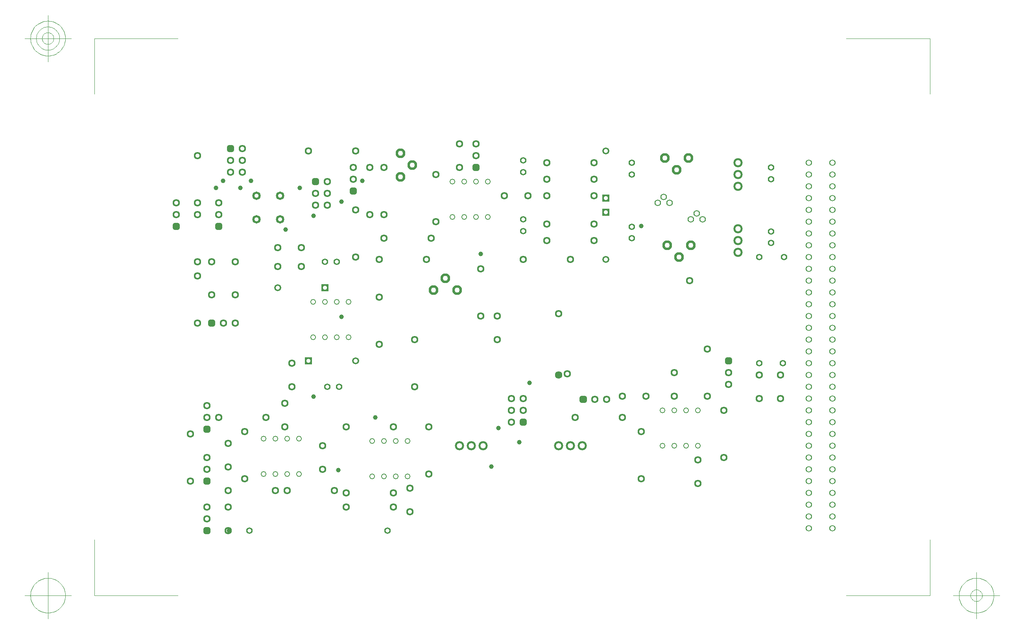
<source format=gbr>
G04 Generated by Ultiboard 10.0 *
%FSLAX25Y25*%
%MOIN*%

%ADD22C,0.00394*%
%ADD20C,0.03937*%
%ADD29C,0.06334X0.03500*%
%ADD30C,0.05500X0.04000*%
%ADD31C,0.08334X0.04333*%
%ADD33C,0.04900X0.03500*%
%ADD34C,0.05512X0.03150*%
%ADD36C,0.05906X0.03543*%
%ADD37R,0.05906X0.05906X0.03543*%
%ADD38R,0.02083X0.02083X0.03917*%
%ADD18C,0.03917*%
%ADD39C,0.07166X0.03500*%
%ADD40C,0.07834X0.04667*%
%ADD41C,0.05337X0.03937*%


G04 ColorRGB 9900CC for the following layer *
%LNL_uc100f6tzinnmaske Unterseite*%
%LPD*%
%FSLAX25Y25*%
%MOIN*%
G54D22*
X-17512Y-14937D02*
X-17512Y32308D01*
X-17512Y-14937D02*
X53291Y-14937D01*
X690512Y-14937D02*
X619709Y-14937D01*
X690512Y-14937D02*
X690512Y32308D01*
X690512Y457512D02*
X690512Y410267D01*
X690512Y457512D02*
X619709Y457512D01*
X-17512Y457512D02*
X53291Y457512D01*
X-17512Y457512D02*
X-17512Y410267D01*
X-37197Y-14937D02*
X-76567Y-14937D01*
X-56882Y-34622D02*
X-56882Y4748D01*
X-42118Y-14937D02*
X-42189Y-13490D01*
X-42189Y-13490D02*
X-42402Y-12057D01*
X-42402Y-12057D02*
X-42754Y-10651D01*
X-42754Y-10651D02*
X-43242Y-9287D01*
X-43242Y-9287D02*
X-43861Y-7977D01*
X-43861Y-7977D02*
X-44606Y-6735D01*
X-44606Y-6735D02*
X-45469Y-5571D01*
X-45469Y-5571D02*
X-46442Y-4497D01*
X-46442Y-4497D02*
X-47516Y-3524D01*
X-47516Y-3524D02*
X-48680Y-2661D01*
X-48680Y-2661D02*
X-49922Y-1917D01*
X-49922Y-1917D02*
X-51232Y-1297D01*
X-51232Y-1297D02*
X-52596Y-809D01*
X-52596Y-809D02*
X-54002Y-457D01*
X-54002Y-457D02*
X-55435Y-244D01*
X-55435Y-244D02*
X-56882Y-173D01*
X-56882Y-173D02*
X-58329Y-244D01*
X-58329Y-244D02*
X-59762Y-457D01*
X-59762Y-457D02*
X-61168Y-809D01*
X-61168Y-809D02*
X-62532Y-1297D01*
X-62532Y-1297D02*
X-63841Y-1917D01*
X-63841Y-1917D02*
X-65084Y-2661D01*
X-65084Y-2661D02*
X-66248Y-3524D01*
X-66248Y-3524D02*
X-67321Y-4497D01*
X-67321Y-4497D02*
X-68294Y-5571D01*
X-68294Y-5571D02*
X-69158Y-6735D01*
X-69158Y-6735D02*
X-69902Y-7977D01*
X-69902Y-7977D02*
X-70522Y-9287D01*
X-70522Y-9287D02*
X-71010Y-10651D01*
X-71010Y-10651D02*
X-71362Y-12057D01*
X-71362Y-12057D02*
X-71575Y-13490D01*
X-71575Y-13490D02*
X-71646Y-14937D01*
X-71646Y-14937D02*
X-71575Y-16384D01*
X-71575Y-16384D02*
X-71362Y-17817D01*
X-71362Y-17817D02*
X-71010Y-19223D01*
X-71010Y-19223D02*
X-70522Y-20587D01*
X-70522Y-20587D02*
X-69902Y-21897D01*
X-69902Y-21897D02*
X-69158Y-23139D01*
X-69158Y-23139D02*
X-68294Y-24303D01*
X-68294Y-24303D02*
X-67321Y-25377D01*
X-67321Y-25377D02*
X-66248Y-26350D01*
X-66248Y-26350D02*
X-65084Y-27213D01*
X-65084Y-27213D02*
X-63841Y-27957D01*
X-63841Y-27957D02*
X-62532Y-28577D01*
X-62532Y-28577D02*
X-61168Y-29065D01*
X-61168Y-29065D02*
X-59762Y-29417D01*
X-59762Y-29417D02*
X-58329Y-29630D01*
X-58329Y-29630D02*
X-56882Y-29701D01*
X-56882Y-29701D02*
X-55435Y-29630D01*
X-55435Y-29630D02*
X-54002Y-29417D01*
X-54002Y-29417D02*
X-52596Y-29065D01*
X-52596Y-29065D02*
X-51232Y-28577D01*
X-51232Y-28577D02*
X-49922Y-27957D01*
X-49922Y-27957D02*
X-48680Y-27213D01*
X-48680Y-27213D02*
X-47516Y-26350D01*
X-47516Y-26350D02*
X-46442Y-25377D01*
X-46442Y-25377D02*
X-45469Y-24303D01*
X-45469Y-24303D02*
X-44606Y-23139D01*
X-44606Y-23139D02*
X-43861Y-21897D01*
X-43861Y-21897D02*
X-43242Y-20587D01*
X-43242Y-20587D02*
X-42754Y-19223D01*
X-42754Y-19223D02*
X-42402Y-17817D01*
X-42402Y-17817D02*
X-42189Y-16384D01*
X-42189Y-16384D02*
X-42118Y-14937D01*
X710197Y-14937D02*
X749567Y-14937D01*
X729882Y-34622D02*
X729882Y4748D01*
X744646Y-14937D02*
X744575Y-13490D01*
X744575Y-13490D02*
X744362Y-12057D01*
X744362Y-12057D02*
X744010Y-10651D01*
X744010Y-10651D02*
X743522Y-9287D01*
X743522Y-9287D02*
X742902Y-7977D01*
X742902Y-7977D02*
X742158Y-6735D01*
X742158Y-6735D02*
X741294Y-5571D01*
X741294Y-5571D02*
X740321Y-4497D01*
X740321Y-4497D02*
X739248Y-3524D01*
X739248Y-3524D02*
X738084Y-2661D01*
X738084Y-2661D02*
X736841Y-1917D01*
X736841Y-1917D02*
X735532Y-1297D01*
X735532Y-1297D02*
X734168Y-809D01*
X734168Y-809D02*
X732762Y-457D01*
X732762Y-457D02*
X731329Y-244D01*
X731329Y-244D02*
X729882Y-173D01*
X729882Y-173D02*
X728435Y-244D01*
X728435Y-244D02*
X727002Y-457D01*
X727002Y-457D02*
X725596Y-809D01*
X725596Y-809D02*
X724232Y-1297D01*
X724232Y-1297D02*
X722922Y-1917D01*
X722922Y-1917D02*
X721680Y-2661D01*
X721680Y-2661D02*
X720516Y-3524D01*
X720516Y-3524D02*
X719442Y-4497D01*
X719442Y-4497D02*
X718469Y-5571D01*
X718469Y-5571D02*
X717606Y-6735D01*
X717606Y-6735D02*
X716861Y-7977D01*
X716861Y-7977D02*
X716242Y-9287D01*
X716242Y-9287D02*
X715754Y-10651D01*
X715754Y-10651D02*
X715402Y-12057D01*
X715402Y-12057D02*
X715189Y-13490D01*
X715189Y-13490D02*
X715118Y-14937D01*
X715118Y-14937D02*
X715189Y-16384D01*
X715189Y-16384D02*
X715402Y-17817D01*
X715402Y-17817D02*
X715754Y-19223D01*
X715754Y-19223D02*
X716242Y-20587D01*
X716242Y-20587D02*
X716861Y-21897D01*
X716861Y-21897D02*
X717606Y-23139D01*
X717606Y-23139D02*
X718469Y-24303D01*
X718469Y-24303D02*
X719442Y-25377D01*
X719442Y-25377D02*
X720516Y-26350D01*
X720516Y-26350D02*
X721680Y-27213D01*
X721680Y-27213D02*
X722922Y-27957D01*
X722922Y-27957D02*
X724232Y-28577D01*
X724232Y-28577D02*
X725596Y-29065D01*
X725596Y-29065D02*
X727002Y-29417D01*
X727002Y-29417D02*
X728435Y-29630D01*
X728435Y-29630D02*
X729882Y-29701D01*
X729882Y-29701D02*
X731329Y-29630D01*
X731329Y-29630D02*
X732762Y-29417D01*
X732762Y-29417D02*
X734168Y-29065D01*
X734168Y-29065D02*
X735532Y-28577D01*
X735532Y-28577D02*
X736841Y-27957D01*
X736841Y-27957D02*
X738084Y-27213D01*
X738084Y-27213D02*
X739248Y-26350D01*
X739248Y-26350D02*
X740321Y-25377D01*
X740321Y-25377D02*
X741294Y-24303D01*
X741294Y-24303D02*
X742158Y-23139D01*
X742158Y-23139D02*
X742902Y-21897D01*
X742902Y-21897D02*
X743522Y-20587D01*
X743522Y-20587D02*
X744010Y-19223D01*
X744010Y-19223D02*
X744362Y-17817D01*
X744362Y-17817D02*
X744575Y-16384D01*
X744575Y-16384D02*
X744646Y-14937D01*
X734803Y-14937D02*
X734779Y-14455D01*
X734779Y-14455D02*
X734709Y-13977D01*
X734709Y-13977D02*
X734591Y-13508D01*
X734591Y-13508D02*
X734429Y-13054D01*
X734429Y-13054D02*
X734222Y-12617D01*
X734222Y-12617D02*
X733974Y-12203D01*
X733974Y-12203D02*
X733686Y-11815D01*
X733686Y-11815D02*
X733362Y-11457D01*
X733362Y-11457D02*
X733004Y-11133D01*
X733004Y-11133D02*
X732616Y-10845D01*
X732616Y-10845D02*
X732202Y-10597D01*
X732202Y-10597D02*
X731765Y-10390D01*
X731765Y-10390D02*
X731310Y-10228D01*
X731310Y-10228D02*
X730842Y-10110D01*
X730842Y-10110D02*
X730364Y-10039D01*
X730364Y-10039D02*
X729882Y-10016D01*
X729882Y-10016D02*
X729400Y-10039D01*
X729400Y-10039D02*
X728922Y-10110D01*
X728922Y-10110D02*
X728453Y-10228D01*
X728453Y-10228D02*
X727999Y-10390D01*
X727999Y-10390D02*
X727562Y-10597D01*
X727562Y-10597D02*
X727148Y-10845D01*
X727148Y-10845D02*
X726760Y-11133D01*
X726760Y-11133D02*
X726402Y-11457D01*
X726402Y-11457D02*
X726078Y-11815D01*
X726078Y-11815D02*
X725790Y-12203D01*
X725790Y-12203D02*
X725542Y-12617D01*
X725542Y-12617D02*
X725335Y-13054D01*
X725335Y-13054D02*
X725173Y-13508D01*
X725173Y-13508D02*
X725055Y-13977D01*
X725055Y-13977D02*
X724984Y-14455D01*
X724984Y-14455D02*
X724961Y-14937D01*
X724961Y-14937D02*
X724984Y-15419D01*
X724984Y-15419D02*
X725055Y-15897D01*
X725055Y-15897D02*
X725173Y-16366D01*
X725173Y-16366D02*
X725335Y-16820D01*
X725335Y-16820D02*
X725542Y-17257D01*
X725542Y-17257D02*
X725790Y-17671D01*
X725790Y-17671D02*
X726078Y-18059D01*
X726078Y-18059D02*
X726402Y-18417D01*
X726402Y-18417D02*
X726760Y-18741D01*
X726760Y-18741D02*
X727148Y-19029D01*
X727148Y-19029D02*
X727562Y-19277D01*
X727562Y-19277D02*
X727999Y-19484D01*
X727999Y-19484D02*
X728453Y-19646D01*
X728453Y-19646D02*
X728922Y-19764D01*
X728922Y-19764D02*
X729400Y-19835D01*
X729400Y-19835D02*
X729882Y-19858D01*
X729882Y-19858D02*
X730364Y-19835D01*
X730364Y-19835D02*
X730842Y-19764D01*
X730842Y-19764D02*
X731310Y-19646D01*
X731310Y-19646D02*
X731765Y-19484D01*
X731765Y-19484D02*
X732202Y-19277D01*
X732202Y-19277D02*
X732616Y-19029D01*
X732616Y-19029D02*
X733004Y-18741D01*
X733004Y-18741D02*
X733362Y-18417D01*
X733362Y-18417D02*
X733686Y-18059D01*
X733686Y-18059D02*
X733974Y-17671D01*
X733974Y-17671D02*
X734222Y-17257D01*
X734222Y-17257D02*
X734429Y-16820D01*
X734429Y-16820D02*
X734591Y-16366D01*
X734591Y-16366D02*
X734709Y-15897D01*
X734709Y-15897D02*
X734779Y-15419D01*
X734779Y-15419D02*
X734803Y-14937D01*
X-37197Y457512D02*
X-76567Y457512D01*
X-56882Y437827D02*
X-56882Y477197D01*
X-42118Y457512D02*
X-42189Y458959D01*
X-42189Y458959D02*
X-42402Y460392D01*
X-42402Y460392D02*
X-42754Y461798D01*
X-42754Y461798D02*
X-43242Y463162D01*
X-43242Y463162D02*
X-43861Y464471D01*
X-43861Y464471D02*
X-44606Y465714D01*
X-44606Y465714D02*
X-45469Y466878D01*
X-45469Y466878D02*
X-46442Y467951D01*
X-46442Y467951D02*
X-47516Y468924D01*
X-47516Y468924D02*
X-48680Y469787D01*
X-48680Y469787D02*
X-49922Y470532D01*
X-49922Y470532D02*
X-51232Y471152D01*
X-51232Y471152D02*
X-52596Y471640D01*
X-52596Y471640D02*
X-54002Y471992D01*
X-54002Y471992D02*
X-55435Y472205D01*
X-55435Y472205D02*
X-56882Y472276D01*
X-56882Y472276D02*
X-58329Y472205D01*
X-58329Y472205D02*
X-59762Y471992D01*
X-59762Y471992D02*
X-61168Y471640D01*
X-61168Y471640D02*
X-62532Y471152D01*
X-62532Y471152D02*
X-63841Y470532D01*
X-63841Y470532D02*
X-65084Y469787D01*
X-65084Y469787D02*
X-66248Y468924D01*
X-66248Y468924D02*
X-67321Y467951D01*
X-67321Y467951D02*
X-68294Y466878D01*
X-68294Y466878D02*
X-69158Y465714D01*
X-69158Y465714D02*
X-69902Y464471D01*
X-69902Y464471D02*
X-70522Y463162D01*
X-70522Y463162D02*
X-71010Y461798D01*
X-71010Y461798D02*
X-71362Y460392D01*
X-71362Y460392D02*
X-71575Y458959D01*
X-71575Y458959D02*
X-71646Y457512D01*
X-71646Y457512D02*
X-71575Y456065D01*
X-71575Y456065D02*
X-71362Y454632D01*
X-71362Y454632D02*
X-71010Y453226D01*
X-71010Y453226D02*
X-70522Y451862D01*
X-70522Y451862D02*
X-69902Y450552D01*
X-69902Y450552D02*
X-69158Y449310D01*
X-69158Y449310D02*
X-68294Y448146D01*
X-68294Y448146D02*
X-67321Y447072D01*
X-67321Y447072D02*
X-66248Y446099D01*
X-66248Y446099D02*
X-65084Y445236D01*
X-65084Y445236D02*
X-63841Y444491D01*
X-63841Y444491D02*
X-62532Y443872D01*
X-62532Y443872D02*
X-61168Y443384D01*
X-61168Y443384D02*
X-59762Y443032D01*
X-59762Y443032D02*
X-58329Y442819D01*
X-58329Y442819D02*
X-56882Y442748D01*
X-56882Y442748D02*
X-55435Y442819D01*
X-55435Y442819D02*
X-54002Y443032D01*
X-54002Y443032D02*
X-52596Y443384D01*
X-52596Y443384D02*
X-51232Y443872D01*
X-51232Y443872D02*
X-49922Y444491D01*
X-49922Y444491D02*
X-48680Y445236D01*
X-48680Y445236D02*
X-47516Y446099D01*
X-47516Y446099D02*
X-46442Y447072D01*
X-46442Y447072D02*
X-45469Y448146D01*
X-45469Y448146D02*
X-44606Y449310D01*
X-44606Y449310D02*
X-43861Y450552D01*
X-43861Y450552D02*
X-43242Y451862D01*
X-43242Y451862D02*
X-42754Y453226D01*
X-42754Y453226D02*
X-42402Y454632D01*
X-42402Y454632D02*
X-42189Y456065D01*
X-42189Y456065D02*
X-42118Y457512D01*
X-47039Y457512D02*
X-47087Y458477D01*
X-47087Y458477D02*
X-47228Y459432D01*
X-47228Y459432D02*
X-47463Y460369D01*
X-47463Y460369D02*
X-47789Y461278D01*
X-47789Y461278D02*
X-48202Y462152D01*
X-48202Y462152D02*
X-48698Y462980D01*
X-48698Y462980D02*
X-49274Y463756D01*
X-49274Y463756D02*
X-49922Y464472D01*
X-49922Y464472D02*
X-50638Y465120D01*
X-50638Y465120D02*
X-51414Y465696D01*
X-51414Y465696D02*
X-52242Y466192D01*
X-52242Y466192D02*
X-53115Y466605D01*
X-53115Y466605D02*
X-54025Y466931D01*
X-54025Y466931D02*
X-54962Y467165D01*
X-54962Y467165D02*
X-55917Y467307D01*
X-55917Y467307D02*
X-56882Y467354D01*
X-56882Y467354D02*
X-57847Y467307D01*
X-57847Y467307D02*
X-58802Y467165D01*
X-58802Y467165D02*
X-59739Y466931D01*
X-59739Y466931D02*
X-60648Y466605D01*
X-60648Y466605D02*
X-61522Y466192D01*
X-61522Y466192D02*
X-62350Y465696D01*
X-62350Y465696D02*
X-63126Y465120D01*
X-63126Y465120D02*
X-63842Y464472D01*
X-63842Y464472D02*
X-64490Y463756D01*
X-64490Y463756D02*
X-65066Y462980D01*
X-65066Y462980D02*
X-65562Y462152D01*
X-65562Y462152D02*
X-65975Y461278D01*
X-65975Y461278D02*
X-66301Y460369D01*
X-66301Y460369D02*
X-66535Y459432D01*
X-66535Y459432D02*
X-66677Y458477D01*
X-66677Y458477D02*
X-66724Y457512D01*
X-66724Y457512D02*
X-66677Y456547D01*
X-66677Y456547D02*
X-66535Y455592D01*
X-66535Y455592D02*
X-66301Y454655D01*
X-66301Y454655D02*
X-65975Y453745D01*
X-65975Y453745D02*
X-65562Y452872D01*
X-65562Y452872D02*
X-65066Y452044D01*
X-65066Y452044D02*
X-64490Y451268D01*
X-64490Y451268D02*
X-63842Y450552D01*
X-63842Y450552D02*
X-63126Y449903D01*
X-63126Y449903D02*
X-62350Y449328D01*
X-62350Y449328D02*
X-61522Y448831D01*
X-61522Y448831D02*
X-60648Y448419D01*
X-60648Y448419D02*
X-59739Y448093D01*
X-59739Y448093D02*
X-58802Y447858D01*
X-58802Y447858D02*
X-57847Y447717D01*
X-57847Y447717D02*
X-56882Y447669D01*
X-56882Y447669D02*
X-55917Y447717D01*
X-55917Y447717D02*
X-54962Y447858D01*
X-54962Y447858D02*
X-54025Y448093D01*
X-54025Y448093D02*
X-53115Y448419D01*
X-53115Y448419D02*
X-52242Y448831D01*
X-52242Y448831D02*
X-51414Y449328D01*
X-51414Y449328D02*
X-50638Y449903D01*
X-50638Y449903D02*
X-49922Y450552D01*
X-49922Y450552D02*
X-49274Y451268D01*
X-49274Y451268D02*
X-48698Y452044D01*
X-48698Y452044D02*
X-48202Y452872D01*
X-48202Y452872D02*
X-47789Y453745D01*
X-47789Y453745D02*
X-47463Y454655D01*
X-47463Y454655D02*
X-47228Y455592D01*
X-47228Y455592D02*
X-47087Y456547D01*
X-47087Y456547D02*
X-47039Y457512D01*
X-51961Y457512D02*
X-51984Y457994D01*
X-51984Y457994D02*
X-52055Y458472D01*
X-52055Y458472D02*
X-52173Y458940D01*
X-52173Y458940D02*
X-52335Y459395D01*
X-52335Y459395D02*
X-52542Y459832D01*
X-52542Y459832D02*
X-52790Y460246D01*
X-52790Y460246D02*
X-53078Y460634D01*
X-53078Y460634D02*
X-53402Y460992D01*
X-53402Y460992D02*
X-53760Y461316D01*
X-53760Y461316D02*
X-54148Y461604D01*
X-54148Y461604D02*
X-54562Y461852D01*
X-54562Y461852D02*
X-54999Y462058D01*
X-54999Y462058D02*
X-55453Y462221D01*
X-55453Y462221D02*
X-55922Y462339D01*
X-55922Y462339D02*
X-56400Y462409D01*
X-56400Y462409D02*
X-56882Y462433D01*
X-56882Y462433D02*
X-57364Y462409D01*
X-57364Y462409D02*
X-57842Y462339D01*
X-57842Y462339D02*
X-58310Y462221D01*
X-58310Y462221D02*
X-58765Y462058D01*
X-58765Y462058D02*
X-59202Y461852D01*
X-59202Y461852D02*
X-59616Y461604D01*
X-59616Y461604D02*
X-60004Y461316D01*
X-60004Y461316D02*
X-60362Y460992D01*
X-60362Y460992D02*
X-60686Y460634D01*
X-60686Y460634D02*
X-60974Y460246D01*
X-60974Y460246D02*
X-61222Y459832D01*
X-61222Y459832D02*
X-61429Y459395D01*
X-61429Y459395D02*
X-61591Y458940D01*
X-61591Y458940D02*
X-61709Y458472D01*
X-61709Y458472D02*
X-61779Y457994D01*
X-61779Y457994D02*
X-61803Y457512D01*
X-61803Y457512D02*
X-61779Y457029D01*
X-61779Y457029D02*
X-61709Y456552D01*
X-61709Y456552D02*
X-61591Y456083D01*
X-61591Y456083D02*
X-61429Y455629D01*
X-61429Y455629D02*
X-61222Y455192D01*
X-61222Y455192D02*
X-60974Y454778D01*
X-60974Y454778D02*
X-60686Y454390D01*
X-60686Y454390D02*
X-60362Y454032D01*
X-60362Y454032D02*
X-60004Y453708D01*
X-60004Y453708D02*
X-59616Y453420D01*
X-59616Y453420D02*
X-59202Y453172D01*
X-59202Y453172D02*
X-58765Y452965D01*
X-58765Y452965D02*
X-58310Y452802D01*
X-58310Y452802D02*
X-57842Y452685D01*
X-57842Y452685D02*
X-57364Y452614D01*
X-57364Y452614D02*
X-56882Y452591D01*
X-56882Y452591D02*
X-56400Y452614D01*
X-56400Y452614D02*
X-55922Y452685D01*
X-55922Y452685D02*
X-55453Y452802D01*
X-55453Y452802D02*
X-54999Y452965D01*
X-54999Y452965D02*
X-54562Y453172D01*
X-54562Y453172D02*
X-54148Y453420D01*
X-54148Y453420D02*
X-53760Y453708D01*
X-53760Y453708D02*
X-53402Y454032D01*
X-53402Y454032D02*
X-53078Y454390D01*
X-53078Y454390D02*
X-52790Y454778D01*
X-52790Y454778D02*
X-52542Y455192D01*
X-52542Y455192D02*
X-52335Y455629D01*
X-52335Y455629D02*
X-52173Y456083D01*
X-52173Y456083D02*
X-52055Y456552D01*
X-52055Y456552D02*
X-51984Y457029D01*
X-51984Y457029D02*
X-51961Y457512D01*
G54D20*
X96500Y40000D03*
X189165Y91535D03*
X191929Y221457D03*
X168307Y153543D03*
X220646Y135874D03*
X91535Y336614D03*
X85630Y330709D03*
X106299Y330709D03*
X115157Y336614D03*
X191929Y318898D03*
X144685Y295276D03*
X168307Y307087D03*
X156496Y330709D03*
X209646Y336614D03*
X376000Y172000D03*
X324803Y126969D03*
X318898Y94488D03*
X342520Y115157D03*
X351378Y165354D03*
X310039Y274606D03*
X445866Y298228D03*
G54D29*
X494000Y80000D03*
X494000Y100000D03*
X502000Y154000D03*
X502000Y194000D03*
X254000Y162000D03*
X254000Y202000D03*
X224000Y270000D03*
X264000Y270000D03*
X228000Y288000D03*
X268000Y288000D03*
X250000Y56000D03*
X250000Y76000D03*
X158000Y264000D03*
X138000Y264000D03*
X82000Y240000D03*
X102000Y240000D03*
X70000Y216000D03*
X70000Y256000D03*
X96000Y74000D03*
X136000Y74000D03*
X128000Y136000D03*
X88000Y136000D03*
X110000Y124000D03*
X110000Y84000D03*
X78000Y136000D03*
X78000Y146000D03*
X64000Y82000D03*
X64000Y122000D03*
X96000Y60000D03*
X96000Y40000D03*
X78000Y60000D03*
X78000Y50000D03*
X96000Y94000D03*
X96000Y114000D03*
X78000Y92000D03*
X78000Y102000D03*
X92000Y216000D03*
X102000Y216000D03*
X144000Y128000D03*
X144000Y148000D03*
X196000Y128000D03*
X236000Y128000D03*
X186000Y74000D03*
X146000Y74000D03*
X176000Y92000D03*
X176000Y112000D03*
X196000Y60000D03*
X236000Y60000D03*
X196000Y72000D03*
X236000Y72000D03*
X150000Y162000D03*
X150000Y182000D03*
X224000Y198000D03*
X224000Y238000D03*
X52000Y318000D03*
X52000Y308000D03*
X70000Y318000D03*
X70000Y358000D03*
X88000Y318000D03*
X88000Y308000D03*
X82000Y268000D03*
X102000Y268000D03*
X70000Y268000D03*
X70000Y308000D03*
X98000Y344000D03*
X108000Y344000D03*
X108000Y364000D03*
X108000Y354000D03*
X98000Y354000D03*
X164000Y362000D03*
X204000Y362000D03*
X180000Y316000D03*
X170000Y316000D03*
X170000Y326000D03*
X180000Y326000D03*
X180000Y336000D03*
X158000Y280000D03*
X138000Y280000D03*
X228000Y308000D03*
X228000Y348000D03*
X204000Y312000D03*
X204000Y272000D03*
X216000Y308000D03*
X216000Y348000D03*
X202000Y348000D03*
X202000Y338000D03*
X487000Y252000D03*
X383234Y173057D03*
X310000Y222000D03*
X310000Y262000D03*
X376000Y172000D03*
X376000Y224000D03*
X266000Y128000D03*
X266000Y88000D03*
X346000Y142000D03*
X346000Y152000D03*
X336000Y142000D03*
X336000Y132000D03*
X336000Y152000D03*
X324000Y222000D03*
X324000Y202000D03*
X446000Y124000D03*
X446000Y84000D03*
X474000Y154000D03*
X474000Y174000D03*
X430000Y154000D03*
X450000Y154000D03*
X390000Y136000D03*
X430000Y136000D03*
X406708Y151292D03*
X416708Y151292D03*
X346000Y270000D03*
X386000Y270000D03*
X366000Y324000D03*
X406000Y324000D03*
X366000Y338000D03*
X406000Y338000D03*
X366000Y352000D03*
X406000Y352000D03*
X366000Y286000D03*
X406000Y286000D03*
X366000Y300000D03*
X406000Y300000D03*
X306000Y358000D03*
X306000Y368000D03*
X272000Y302000D03*
X272000Y342000D03*
X292000Y348000D03*
X292000Y368000D03*
X330000Y324000D03*
X350000Y324000D03*
X516000Y102000D03*
X516000Y142000D03*
X564000Y152000D03*
X564000Y172000D03*
X520000Y174000D03*
X520000Y164000D03*
X546000Y152000D03*
X546000Y172000D03*
G54D30*
X488000Y304000D03*
X493000Y309000D03*
X498000Y304000D03*
X470000Y318000D03*
X460000Y318000D03*
X465000Y323000D03*
G54D31*
X252000Y350000D03*
X242000Y340000D03*
X242000Y360000D03*
X280000Y254000D03*
X270000Y244000D03*
X290000Y244000D03*
X468000Y282000D03*
X488000Y282000D03*
X478000Y272000D03*
X476000Y346000D03*
X466000Y356000D03*
X486000Y356000D03*
G54D33*
X218000Y86000D03*
X218000Y116000D03*
X238000Y86000D03*
X228000Y86000D03*
X248000Y86000D03*
X238000Y116000D03*
X228000Y116000D03*
X248000Y116000D03*
X126000Y88000D03*
X126000Y118000D03*
X156000Y118000D03*
X156000Y88000D03*
X136000Y88000D03*
X146000Y88000D03*
X136000Y118000D03*
X146000Y118000D03*
X188000Y204000D03*
X188000Y234000D03*
X168000Y204000D03*
X178000Y204000D03*
X168000Y234000D03*
X178000Y234000D03*
X198000Y204000D03*
X198000Y234000D03*
X474000Y112000D03*
X464000Y112000D03*
X484000Y112000D03*
X494000Y112000D03*
X474000Y142000D03*
X464000Y142000D03*
X484000Y142000D03*
X494000Y142000D03*
X316000Y336000D03*
X316000Y306000D03*
X286000Y306000D03*
X296000Y306000D03*
X306000Y306000D03*
X286000Y336000D03*
X296000Y336000D03*
X306000Y336000D03*
G54D34*
X187843Y268000D03*
X178000Y268000D03*
X114000Y40000D03*
X231000Y40000D03*
X189843Y162000D03*
X180000Y162000D03*
X346000Y304000D03*
X346000Y294157D03*
X346000Y344157D03*
X346000Y354000D03*
X438000Y297843D03*
X438000Y288000D03*
X438000Y342157D03*
X438000Y352000D03*
X566000Y182000D03*
X567000Y272000D03*
X546000Y182000D03*
X546000Y272000D03*
X556000Y348000D03*
X556000Y338157D03*
X556000Y284000D03*
X556000Y293843D03*
G54D36*
X138000Y246000D03*
X204000Y184000D03*
X416000Y270000D03*
X416000Y362000D03*
G54D37*
X178000Y246000D03*
X164000Y184000D03*
X416000Y310000D03*
X416000Y322000D03*
G54D38*
X78000Y126000D03*
X78000Y40000D03*
X78000Y82000D03*
X82000Y216000D03*
X52000Y298000D03*
X88000Y298000D03*
X98000Y364000D03*
X170000Y336000D03*
X202000Y328000D03*
X346000Y132000D03*
X396708Y151292D03*
X306000Y348000D03*
X520000Y184000D03*
G54D18*
X76959Y124959D02*
X79041Y124959D01*
X79041Y127041D01*
X76959Y127041D01*
X76959Y124959D01*D02*
X76959Y38959D02*
X79041Y38959D01*
X79041Y41041D01*
X76959Y41041D01*
X76959Y38959D01*D02*
X76959Y80959D02*
X79041Y80959D01*
X79041Y83041D01*
X76959Y83041D01*
X76959Y80959D01*D02*
X80959Y214959D02*
X83041Y214959D01*
X83041Y217041D01*
X80959Y217041D01*
X80959Y214959D01*D02*
X50959Y296959D02*
X53041Y296959D01*
X53041Y299041D01*
X50959Y299041D01*
X50959Y296959D01*D02*
X86959Y296959D02*
X89041Y296959D01*
X89041Y299041D01*
X86959Y299041D01*
X86959Y296959D01*D02*
X96959Y362959D02*
X99041Y362959D01*
X99041Y365041D01*
X96959Y365041D01*
X96959Y362959D01*D02*
X168959Y334959D02*
X171041Y334959D01*
X171041Y337041D01*
X168959Y337041D01*
X168959Y334959D01*D02*
X200959Y326959D02*
X203041Y326959D01*
X203041Y329041D01*
X200959Y329041D01*
X200959Y326959D01*D02*
X344959Y130959D02*
X347041Y130959D01*
X347041Y133041D01*
X344959Y133041D01*
X344959Y130959D01*D02*
X395667Y150251D02*
X397749Y150251D01*
X397749Y152333D01*
X395667Y152333D01*
X395667Y150251D01*D02*
X304959Y346959D02*
X307041Y346959D01*
X307041Y349041D01*
X304959Y349041D01*
X304959Y346959D01*D02*
X518959Y182959D02*
X521041Y182959D01*
X521041Y185041D01*
X518959Y185041D01*
X518959Y182959D01*D02*
G54D39*
X120000Y304000D03*
X120000Y324000D03*
X140000Y304000D03*
X140000Y324000D03*
G54D40*
X376000Y112000D03*
X396000Y112000D03*
X386000Y112000D03*
X312000Y112000D03*
X302000Y112000D03*
X292000Y112000D03*
X528000Y286000D03*
X528000Y276000D03*
X528000Y296000D03*
X528000Y342000D03*
X528000Y332000D03*
X528000Y352000D03*
G54D41*
X588000Y252000D03*
X607921Y252000D03*
X588000Y62000D03*
X607921Y62000D03*
X588000Y42000D03*
X588000Y52000D03*
X607921Y42000D03*
X607921Y52000D03*
X588000Y92000D03*
X588000Y72000D03*
X588000Y82000D03*
X588000Y112000D03*
X588000Y102000D03*
X588000Y122000D03*
X607921Y92000D03*
X607921Y72000D03*
X607921Y82000D03*
X607921Y112000D03*
X607921Y102000D03*
X607921Y122000D03*
X588000Y192000D03*
X607921Y192000D03*
X588000Y142000D03*
X588000Y132000D03*
X588000Y152000D03*
X588000Y172000D03*
X588000Y162000D03*
X588000Y182000D03*
X607921Y142000D03*
X607921Y132000D03*
X607921Y152000D03*
X607921Y172000D03*
X607921Y162000D03*
X607921Y182000D03*
X588000Y222000D03*
X588000Y202000D03*
X588000Y212000D03*
X588000Y232000D03*
X588000Y242000D03*
X607921Y222000D03*
X607921Y202000D03*
X607921Y212000D03*
X607921Y232000D03*
X607921Y242000D03*
X588000Y282000D03*
X588000Y262000D03*
X588000Y272000D03*
X588000Y292000D03*
X588000Y312000D03*
X588000Y302000D03*
X607921Y282000D03*
X607921Y262000D03*
X607921Y272000D03*
X607921Y292000D03*
X607921Y312000D03*
X607921Y302000D03*
X588000Y332000D03*
X588000Y322000D03*
X588000Y342000D03*
X588000Y352000D03*
X607921Y332000D03*
X607921Y322000D03*
X607921Y342000D03*
X607921Y352000D03*

M00*

</source>
